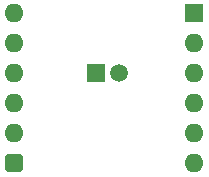
<source format=gbs>
%TF.GenerationSoftware,KiCad,Pcbnew,9.0.7*%
%TF.CreationDate,2026-01-29T18:33:57+02:00*%
%TF.ProjectId,W65C816 Power,57363543-3831-4362-9050-6f7765722e6b,V1*%
%TF.SameCoordinates,Original*%
%TF.FileFunction,Soldermask,Bot*%
%TF.FilePolarity,Negative*%
%FSLAX46Y46*%
G04 Gerber Fmt 4.6, Leading zero omitted, Abs format (unit mm)*
G04 Created by KiCad (PCBNEW 9.0.7) date 2026-01-29 18:33:57*
%MOMM*%
%LPD*%
G01*
G04 APERTURE LIST*
G04 Aperture macros list*
%AMRoundRect*
0 Rectangle with rounded corners*
0 $1 Rounding radius*
0 $2 $3 $4 $5 $6 $7 $8 $9 X,Y pos of 4 corners*
0 Add a 4 corners polygon primitive as box body*
4,1,4,$2,$3,$4,$5,$6,$7,$8,$9,$2,$3,0*
0 Add four circle primitives for the rounded corners*
1,1,$1+$1,$2,$3*
1,1,$1+$1,$4,$5*
1,1,$1+$1,$6,$7*
1,1,$1+$1,$8,$9*
0 Add four rect primitives between the rounded corners*
20,1,$1+$1,$2,$3,$4,$5,0*
20,1,$1+$1,$4,$5,$6,$7,0*
20,1,$1+$1,$6,$7,$8,$9,0*
20,1,$1+$1,$8,$9,$2,$3,0*%
G04 Aperture macros list end*
%ADD10C,1.500000*%
%ADD11R,1.500000X1.500000*%
%ADD12R,1.600000X1.600000*%
%ADD13O,1.600000X1.600000*%
%ADD14RoundRect,0.400000X-0.400000X-0.400000X0.400000X-0.400000X0.400000X0.400000X-0.400000X0.400000X0*%
G04 APERTURE END LIST*
D10*
%TO.C,C3*%
X8889999Y-5080000D03*
D11*
X6889999Y-5080000D03*
%TD*%
D12*
%TO.C,J2*%
X15240000Y0D03*
D13*
X15240000Y-2540000D03*
X15240000Y-5080000D03*
X15240000Y-7620000D03*
X15240000Y-10160000D03*
X15240000Y-12700000D03*
D14*
X0Y-12700000D03*
D13*
X0Y-10160000D03*
X0Y-7620000D03*
X0Y-5080000D03*
X0Y-2540000D03*
X0Y0D03*
%TD*%
M02*

</source>
